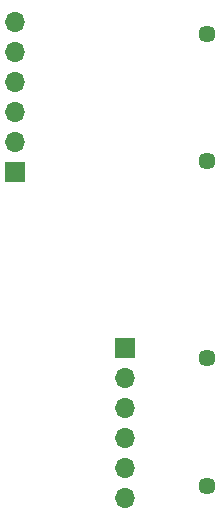
<source format=gbr>
%TF.GenerationSoftware,KiCad,Pcbnew,8.0.3*%
%TF.CreationDate,2024-07-26T09:17:15-04:00*%
%TF.ProjectId,touch_adaptor,746f7563-685f-4616-9461-70746f722e6b,rev?*%
%TF.SameCoordinates,Original*%
%TF.FileFunction,Soldermask,Bot*%
%TF.FilePolarity,Negative*%
%FSLAX46Y46*%
G04 Gerber Fmt 4.6, Leading zero omitted, Abs format (unit mm)*
G04 Created by KiCad (PCBNEW 8.0.3) date 2024-07-26 09:17:15*
%MOMM*%
%LPD*%
G01*
G04 APERTURE LIST*
%ADD10C,1.450000*%
%ADD11R,1.700000X1.700000*%
%ADD12O,1.700000X1.700000*%
G04 APERTURE END LIST*
D10*
%TO.C,J3*%
X119500000Y-54600000D03*
X119500000Y-65400000D03*
%TD*%
%TO.C,J4*%
X119500000Y-82100000D03*
X119500000Y-92900000D03*
%TD*%
D11*
%TO.C,J5*%
X103250000Y-66350000D03*
D12*
X103250000Y-63810000D03*
X103250000Y-61270000D03*
X103250000Y-58730000D03*
X103250000Y-56190000D03*
X103250000Y-53650000D03*
%TD*%
D11*
%TO.C,J2*%
X112525000Y-81175000D03*
D12*
X112525000Y-83715000D03*
X112525000Y-86255000D03*
X112525000Y-88795000D03*
X112525000Y-91335000D03*
X112525000Y-93875000D03*
%TD*%
M02*

</source>
